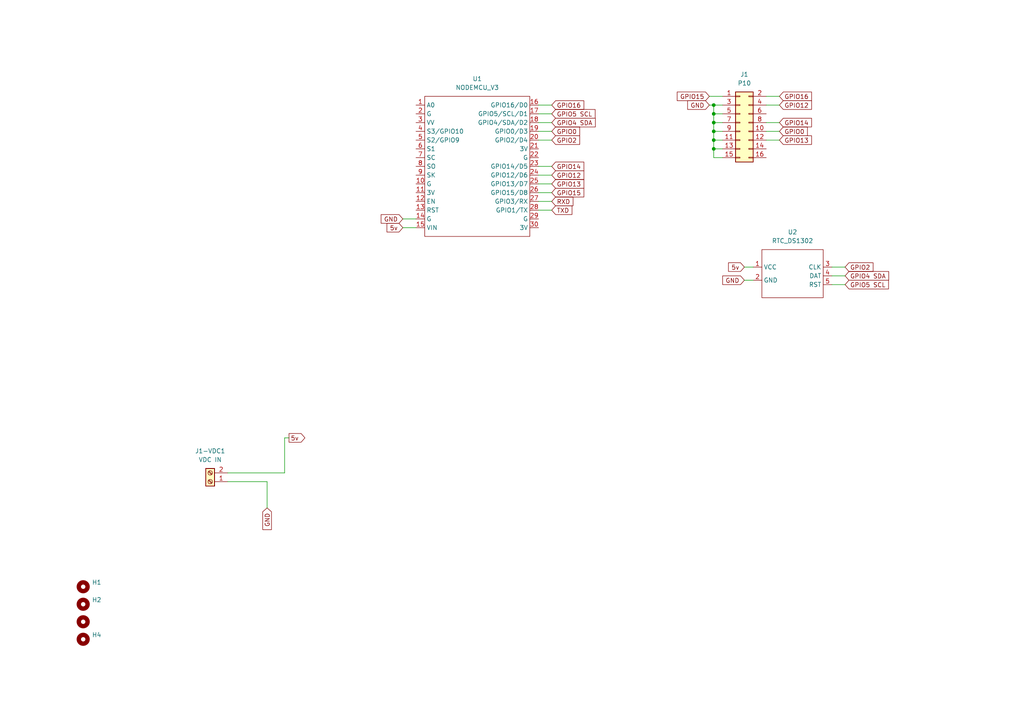
<source format=kicad_sch>
(kicad_sch (version 20211123) (generator eeschema)
  (paper "A4")
  (title_block (title "PLTS HYBRID MONITOR (ESP07 - LM358 - PZEM004)") (date "2022-06-26") (rev "0") (company "Bestariweb") (comment 1 "Perumahan Mulya Asri 2 Block G3/02") (comment 2 "Kel. Sukamulya, Cikupa, Tangerang") (comment 3 "Banten, Indonesia 15710") (comment 4 "Penerbitan Drawing"))
  (lib_symbols
    (symbol "Connector:Screw_Terminal_01x02" (pin_names (offset 1.016) hide)
      (property "Reference" "J" (at 0 2.54 0))
      (property "Value" "Screw_Terminal_01x02" (at 0 -5.08 0))
      (symbol "Screw_Terminal_01x02_1_1"
        (rectangle (start -1.27 1.27) (end 1.27 -3.81) (stroke (width 0.254)) (fill (type background)))
        (circle (center 0 -2.54) (radius 0.635) (stroke (width 0.1524)))
        (polyline (pts (xy -0.5334 -2.2098) (xy 0.3302 -3.048)) (stroke (width 0.1524)))
        (polyline (pts (xy -0.5334 0.3302) (xy 0.3302 -0.508)) (stroke (width 0.1524)))
        (polyline (pts (xy -0.3556 -2.032) (xy 0.508 -2.8702)) (stroke (width 0.1524)))
        (polyline (pts (xy -0.3556 0.508) (xy 0.508 -0.3302)) (stroke (width 0.1524)))
        (circle (center 0 0) (radius 0.635) (stroke (width 0.1524)))
        (pin passive line (at -5.08 0 0) (length 3.81) (name "Pin_1") (number "1"))
        (pin passive line (at -5.08 -2.54 0) (length 3.81) (name "Pin_2") (number "2"))
      )
    )
    (symbol "Connector_Generic:Conn_02x08_Odd_Even" (pin_names (offset 1.016) hide)
      (property "Reference" "J" (at 1.27 10.16 0))
      (property "Value" "Conn_02x08_Odd_Even" (at 1.27 -12.7 0))
      (symbol "Conn_02x08_Odd_Even_1_1"
        (rectangle (start -1.27 -10.033) (end 0 -10.287) (stroke (width 0.1524)))
        (rectangle (start -1.27 -7.493) (end 0 -7.747) (stroke (width 0.1524)))
        (rectangle (start -1.27 -4.953) (end 0 -5.207) (stroke (width 0.1524)))
        (rectangle (start -1.27 -2.413) (end 0 -2.667) (stroke (width 0.1524)))
        (rectangle (start -1.27 0.127) (end 0 -0.127) (stroke (width 0.1524)))
        (rectangle (start -1.27 2.667) (end 0 2.413) (stroke (width 0.1524)))
        (rectangle (start -1.27 5.207) (end 0 4.953) (stroke (width 0.1524)))
        (rectangle (start -1.27 7.747) (end 0 7.493) (stroke (width 0.1524)))
        (rectangle (start -1.27 8.89) (end 3.81 -11.43) (stroke (width 0.254)) (fill (type background)))
        (rectangle (start 3.81 -10.033) (end 2.54 -10.287) (stroke (width 0.1524)))
        (rectangle (start 3.81 -7.493) (end 2.54 -7.747) (stroke (width 0.1524)))
        (rectangle (start 3.81 -4.953) (end 2.54 -5.207) (stroke (width 0.1524)))
        (rectangle (start 3.81 -2.413) (end 2.54 -2.667) (stroke (width 0.1524)))
        (rectangle (start 3.81 0.127) (end 2.54 -0.127) (stroke (width 0.1524)))
        (rectangle (start 3.81 2.667) (end 2.54 2.413) (stroke (width 0.1524)))
        (rectangle (start 3.81 5.207) (end 2.54 4.953) (stroke (width 0.1524)))
        (rectangle (start 3.81 7.747) (end 2.54 7.493) (stroke (width 0.1524)))
        (pin passive line (at -5.08 7.62 0) (length 3.81) (name "Pin_1") (number "1"))
        (pin passive line (at 7.62 -2.54 180) (length 3.81) (name "Pin_10") (number "10"))
        (pin passive line (at -5.08 -5.08 0) (length 3.81) (name "Pin_11") (number "11"))
        (pin passive line (at 7.62 -5.08 180) (length 3.81) (name "Pin_12") (number "12"))
        (pin passive line (at -5.08 -7.62 0) (length 3.81) (name "Pin_13") (number "13"))
        (pin passive line (at 7.62 -7.62 180) (length 3.81) (name "Pin_14") (number "14"))
        (pin passive line (at -5.08 -10.16 0) (length 3.81) (name "Pin_15") (number "15"))
        (pin passive line (at 7.62 -10.16 180) (length 3.81) (name "Pin_16") (number "16"))
        (pin passive line (at 7.62 7.62 180) (length 3.81) (name "Pin_2") (number "2"))
        (pin passive line (at -5.08 5.08 0) (length 3.81) (name "Pin_3") (number "3"))
        (pin passive line (at 7.62 5.08 180) (length 3.81) (name "Pin_4") (number "4"))
        (pin passive line (at -5.08 2.54 0) (length 3.81) (name "Pin_5") (number "5"))
        (pin passive line (at 7.62 2.54 180) (length 3.81) (name "Pin_6") (number "6"))
        (pin passive line (at -5.08 0 0) (length 3.81) (name "Pin_7") (number "7"))
        (pin passive line (at 7.62 0 180) (length 3.81) (name "Pin_8") (number "8"))
        (pin passive line (at -5.08 -2.54 0) (length 3.81) (name "Pin_9") (number "9"))
      )
    )
    (symbol "Mechanical:MountingHole" (pin_names (offset 1.016))
      (property "Reference" "H" (at 0 5.08 0))
      (property "Value" "MountingHole" (at 0 3.175 0))
      (symbol "MountingHole_0_1"
        (circle (center 0 0) (radius 1.27) (stroke (width 1.27)))
      )
    )
    (symbol "ioT_Modules:NODEMCU_V3"
      (property "Reference" "U" (at -8.89 19.05 0))
      (property "Value" "NODEMCU_V3" (at 2.54 19.05 0))
      (symbol "NODEMCU_V3_0_1"
        (rectangle (start -15.24 17.78) (end 15.24 -22.86))
      )
      (symbol "NODEMCU_V3_1_1"
        (pin input line (at -17.78 15.24 0) (length 2.54) (name "A0") (number "1"))
        (pin input line (at -17.78 -7.62 0) (length 2.54) (name "G") (number "10"))
        (pin input line (at -17.78 -10.16 0) (length 2.54) (name "3V") (number "11"))
        (pin input line (at -17.78 -12.7 0) (length 2.54) (name "EN") (number "12"))
        (pin input line (at -17.78 -15.24 0) (length 2.54) (name "RST") (number "13"))
        (pin input line (at -17.78 -17.78 0) (length 2.54) (name "G") (number "14"))
        (pin input line (at -17.78 -20.32 0) (length 2.54) (name "VIN") (number "15"))
        (pin input line (at 17.78 15.24 180) (length 2.54) (name "GPIO16/D0") (number "16"))
        (pin input line (at 17.78 12.7 180) (length 2.54) (name "GPIO5/SCL/D1") (number "17"))
        (pin input line (at 17.78 10.16 180) (length 2.54) (name "GPIO4/SDA/D2") (number "18"))
        (pin input line (at 17.78 7.62 180) (length 2.54) (name "GPIO0/D3") (number "19"))
        (pin input line (at -17.78 12.7 0) (length 2.54) (name "G") (number "2"))
        (pin input line (at 17.78 5.08 180) (length 2.54) (name "GPIO2/D4") (number "20"))
        (pin input line (at 17.78 2.54 180) (length 2.54) (name "3V") (number "21"))
        (pin input line (at 17.78 0 180) (length 2.54) (name "G") (number "22"))
        (pin input line (at 17.78 -2.54 180) (length 2.54) (name "GPIO14/D5") (number "23"))
        (pin input line (at 17.78 -5.08 180) (length 2.54) (name "GPIO12/D6") (number "24"))
        (pin input line (at 17.78 -7.62 180) (length 2.54) (name "GPIO13/D7") (number "25"))
        (pin input line (at 17.78 -10.16 180) (length 2.54) (name "GPIO15/D8") (number "26"))
        (pin input line (at 17.78 -12.7 180) (length 2.54) (name "GPIO3/RX") (number "27"))
        (pin input line (at 17.78 -15.24 180) (length 2.54) (name "GPIO1/TX") (number "28"))
        (pin input line (at 17.78 -17.78 180) (length 2.54) (name "G") (number "29"))
        (pin input line (at -17.78 10.16 0) (length 2.54) (name "VV") (number "3"))
        (pin input line (at 17.78 -20.32 180) (length 2.54) (name "3V") (number "30"))
        (pin input line (at -17.78 7.62 0) (length 2.54) (name "S3/GPIO10") (number "4"))
        (pin input line (at -17.78 5.08 0) (length 2.54) (name "S2/GPIO9") (number "5"))
        (pin input line (at -17.78 2.54 0) (length 2.54) (name "S1") (number "6"))
        (pin input line (at -17.78 0 0) (length 2.54) (name "SC") (number "7"))
        (pin input line (at -17.78 -2.54 0) (length 2.54) (name "SO") (number "8"))
        (pin input line (at -17.78 -5.08 0) (length 2.54) (name "SK") (number "9"))
      )
    )
    (symbol "ioT_Modules:RTC_DS1302"
      (property "Reference" "U" (at -6.35 5.08 0))
      (property "Value" "RTC_DS1302" (at 2.54 5.08 0))
      (symbol "RTC_DS1302_0_1"
        (rectangle (start -7.62 3.81) (end 10.16 -10.16))
      )
      (symbol "RTC_DS1302_1_1"
        (pin input line (at -10.16 -1.27 0) (length 2.54) (name "VCC") (number "1"))
        (pin input line (at -10.16 -5.08 0) (length 2.54) (name "GND") (number "2"))
        (pin input line (at 12.7 -1.27 180) (length 2.54) (name "CLK") (number "3"))
        (pin input line (at 12.7 -3.81 180) (length 2.54) (name "DAT") (number "4"))
        (pin input line (at 12.7 -6.35 180) (length 2.54) (name "RST") (number "5"))
      )
    )
  )
  (junction (at 207.01 33.02))
  (junction (at 207.01 43.18))
  (junction (at 207.01 38.1))
  (junction (at 207.01 40.64))
  (junction (at 207.01 30.48))
  (junction (at 207.01 35.56))
  (wire (pts (xy 222.25 40.64) (xy 226.06 40.64)))
  (wire (pts (xy 207.01 45.72) (xy 209.55 45.72)))
  (wire (pts (xy 156.21 30.48) (xy 160.02 30.48)))
  (wire (pts (xy 207.01 43.18) (xy 209.55 43.18)))
  (wire (pts (xy 207.01 33.02) (xy 207.01 35.56)))
  (wire (pts (xy 207.01 30.48) (xy 209.55 30.48)))
  (wire (pts (xy 222.25 38.1) (xy 226.06 38.1)))
  (wire (pts (xy 241.3 77.47) (xy 245.11 77.47)))
  (wire (pts (xy 207.01 35.56) (xy 207.01 38.1)))
  (wire (pts (xy 205.74 27.94) (xy 209.55 27.94)))
  (wire (pts (xy 156.21 38.1) (xy 160.02 38.1)))
  (wire (pts (xy 207.01 40.64) (xy 209.55 40.64)))
  (wire (pts (xy 241.3 82.55) (xy 245.11 82.55)))
  (wire (pts (xy 207.01 35.56) (xy 209.55 35.56)))
  (wire (pts (xy 207.01 38.1) (xy 207.01 40.64)))
  (wire (pts (xy 156.21 55.88) (xy 160.02 55.88)))
  (wire (pts (xy 116.84 66.04) (xy 120.65 66.04)))
  (wire (pts (xy 205.74 30.48) (xy 207.01 30.48)))
  (wire (pts (xy 156.21 48.26) (xy 160.02 48.26)))
  (wire (pts (xy 77.47 139.7) (xy 77.47 147.32)))
  (wire (pts (xy 156.21 50.8) (xy 160.02 50.8)))
  (wire (pts (xy 66.04 137.16) (xy 82.55 137.16)))
  (wire (pts (xy 207.01 30.48) (xy 207.01 33.02)))
  (wire (pts (xy 156.21 35.56) (xy 160.02 35.56)))
  (wire (pts (xy 241.3 80.01) (xy 245.11 80.01)))
  (wire (pts (xy 156.21 58.42) (xy 160.02 58.42)))
  (wire (pts (xy 222.25 27.94) (xy 226.06 27.94)))
  (wire (pts (xy 207.01 33.02) (xy 209.55 33.02)))
  (wire (pts (xy 207.01 38.1) (xy 209.55 38.1)))
  (wire (pts (xy 215.9 77.47) (xy 218.44 77.47)))
  (wire (pts (xy 66.04 139.7) (xy 77.47 139.7)))
  (wire (pts (xy 156.21 40.64) (xy 160.02 40.64)))
  (wire (pts (xy 222.25 35.56) (xy 226.06 35.56)))
  (wire (pts (xy 207.01 40.64) (xy 207.01 43.18)))
  (wire (pts (xy 215.9 81.28) (xy 218.44 81.28)))
  (wire (pts (xy 156.21 53.34) (xy 160.02 53.34)))
  (wire (pts (xy 116.84 63.5) (xy 120.65 63.5)))
  (wire (pts (xy 156.21 33.02) (xy 160.02 33.02)))
  (wire (pts (xy 82.55 127) (xy 82.55 137.16)))
  (wire (pts (xy 222.25 30.48) (xy 226.06 30.48)))
  (wire (pts (xy 207.01 43.18) (xy 207.01 45.72)))
  (wire (pts (xy 83.82 127) (xy 82.55 127)))
  (wire (pts (xy 156.21 60.96) (xy 160.02 60.96)))
  (global_label "GPIO0" (shape input) (at 160.02 38.1 0) (property "Intersheet References" "${INTERSHEET_REFS}" (effects hide)))
  (global_label "RXD" (shape input) (at 160.02 58.42 0) (property "Intersheet References" "${INTERSHEET_REFS}" (effects hide)))
  (global_label "GPIO5 SCL" (shape input) (at 160.02 33.02 0) (property "Intersheet References" "${INTERSHEET_REFS}" (effects hide)))
  (global_label "GPIO5 SCL" (shape input) (at 245.11 82.55 0) (property "Intersheet References" "${INTERSHEET_REFS}" (effects hide)))
  (global_label "GND" (shape input) (at 77.47 147.32 270) (property "Intersheet References" "${INTERSHEET_REFS}" (effects hide)))
  (global_label "5v" (shape input) (at 116.84 66.04 180) (property "Intersheet References" "${INTERSHEET_REFS}" (effects hide)))
  (global_label "5v" (shape output) (at 83.82 127 0) (property "Intersheet References" "${INTERSHEET_REFS}" (effects hide)))
  (global_label "GND" (shape input) (at 116.84 63.5 180) (property "Intersheet References" "${INTERSHEET_REFS}" (effects hide)))
  (global_label "GPIO2" (shape input) (at 245.11 77.47 0) (property "Intersheet References" "${INTERSHEET_REFS}" (effects hide)))
  (global_label "GPIO13" (shape input) (at 160.02 53.34 0) (property "Intersheet References" "${INTERSHEET_REFS}" (effects hide)))
  (global_label "GPIO12" (shape input) (at 226.06 30.48 0) (property "Intersheet References" "${INTERSHEET_REFS}" (effects hide)))
  (global_label "GPIO0" (shape input) (at 226.06 38.1 0) (property "Intersheet References" "${INTERSHEET_REFS}" (effects hide)))
  (global_label "GPIO13" (shape input) (at 226.06 40.64 0) (property "Intersheet References" "${INTERSHEET_REFS}" (effects hide)))
  (global_label "GPIO14" (shape input) (at 226.06 35.56 0) (property "Intersheet References" "${INTERSHEET_REFS}" (effects hide)))
  (global_label "GPIO16" (shape input) (at 160.02 30.48 0) (property "Intersheet References" "${INTERSHEET_REFS}" (effects hide)))
  (global_label "GPIO4 SDA" (shape input) (at 245.11 80.01 0) (property "Intersheet References" "${INTERSHEET_REFS}" (effects hide)))
  (global_label "GPIO4 SDA" (shape input) (at 160.02 35.56 0) (property "Intersheet References" "${INTERSHEET_REFS}" (effects hide)))
  (global_label "GPIO12" (shape input) (at 160.02 50.8 0) (property "Intersheet References" "${INTERSHEET_REFS}" (effects hide)))
  (global_label "GPIO16" (shape input) (at 226.06 27.94 0) (property "Intersheet References" "${INTERSHEET_REFS}" (effects hide)))
  (global_label "5v" (shape input) (at 215.9 77.47 180) (property "Intersheet References" "${INTERSHEET_REFS}" (effects hide)))
  (global_label "GPIO14" (shape input) (at 160.02 48.26 0) (property "Intersheet References" "${INTERSHEET_REFS}" (effects hide)))
  (global_label "GND" (shape input) (at 215.9 81.28 180) (property "Intersheet References" "${INTERSHEET_REFS}" (effects hide)))
  (global_label "TXD" (shape input) (at 160.02 60.96 0) (property "Intersheet References" "${INTERSHEET_REFS}" (effects hide)))
  (global_label "GND" (shape input) (at 205.74 30.48 180) (property "Intersheet References" "${INTERSHEET_REFS}" (effects hide)))
  (global_label "GPIO2" (shape input) (at 160.02 40.64 0) (property "Intersheet References" "${INTERSHEET_REFS}" (effects hide)))
  (global_label "GPIO15" (shape input) (at 160.02 55.88 0) (property "Intersheet References" "${INTERSHEET_REFS}" (effects hide)))
  (global_label "GPIO15" (shape input) (at 205.74 27.94 180) (property "Intersheet References" "${INTERSHEET_REFS}" (effects hide)))
  (symbol (lib_id "Mechanical:MountingHole") (at 24.13 175.26 0) (unit 1)
    (property "Reference" "H2" (at 26.67 173.9899 0) (effects (justify left)))
    (property "Value" " " (at 26.67 176.5299 0) (effects (justify left)))
    (property "Footprint" "MountingHole:MountingHole_3.2mm_M3_ISO14580_Pad" (effects hide))
  )
  (symbol (lib_id "Mechanical:MountingHole") (at 24.13 185.42 0) (unit 1)
    (property "Reference" "H4" (at 26.67 184.1499 0) (effects (justify left)))
    (property "Value" " " (at 26.67 186.6899 0) (effects (justify left)))
    (property "Footprint" "MountingHole:MountingHole_3.2mm_M3_ISO14580_Pad" (effects hide))
  )
  (symbol (lib_id "Mechanical:MountingHole") (at 24.13 170.18 0) (unit 1)
    (property "Reference" "H1" (at 26.67 168.9099 0) (effects (justify left)))
    (property "Value" " " (at 26.67 171.4499 0) (effects (justify left)))
    (property "Footprint" "MountingHole:MountingHole_3.2mm_M3_ISO14580_Pad" (effects hide))
  )
  (symbol (lib_id "ioT_Modules:NODEMCU_V3") (at 138.43 45.72 0) (unit 1)
    (property "Reference" "U1" (at 138.43 22.86 0))
    (property "Value" "NODEMCU_V3" (at 138.43 25.4 0))
    (property "Footprint" "Module:NodeMCU_Lolin_V3" (effects hide))
  )
  (symbol (lib_id "ioT_Modules:RTC_DS1302") (at 228.6 76.2 0) (unit 1)
    (property "Reference" "U2" (at 229.87 67.31 0))
    (property "Value" "RTC_DS1302" (at 229.87 69.85 0))
    (property "Footprint" "Module:RTC_DS1302" (effects hide))
  )
  (symbol (lib_id "Connector:Screw_Terminal_01x02") (at 60.96 139.7 180) (unit 1)
    (property "Reference" "J1-VDC1" (at 60.96 130.81 0))
    (property "Value" "VDC IN" (at 60.96 133.35 0))
    (property "Footprint" "TerminalBlock_Phoenix:TerminalBlock_Phoenix_MKDS-1,5-2_1x02_P5.00mm_Horizontal" (effects hide))
  )
  (symbol (lib_id "Mechanical:MountingHole") (at 24.13 180.34 0) (unit 1)
    (property "Reference" "H3" (effects hide))
    (property "Value" " " (effects hide))
    (property "Footprint" "MountingHole:MountingHole_3.2mm_M3_ISO14580_Pad" (effects hide))
  )
  (symbol (lib_id "Connector_Generic:Conn_02x08_Odd_Even") (at 214.63 35.56 0) (unit 1)
    (property "Reference" "J1" (at 215.9 21.59 0))
    (property "Value" "P10" (at 215.9 24.13 0))
    (property "Footprint" "Connector_IDC:IDC-Header_2x08_P2.54mm_Vertical" (effects hide))
  )
)
</source>
